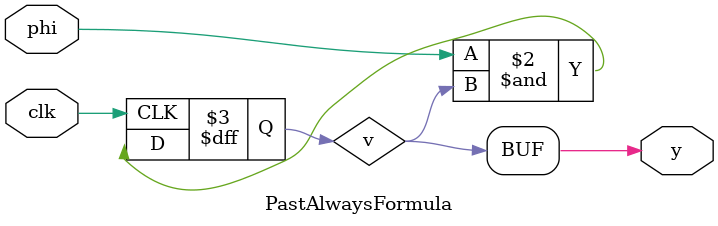
<source format=sv>
module PastAlwaysFormula (
    input logic clk,
    input logic phi,
    output logic y
);
    logic v;

    always_ff @(posedge clk) begin
        v <= phi & v;
    end

    assign y = v;
endmodule

</source>
